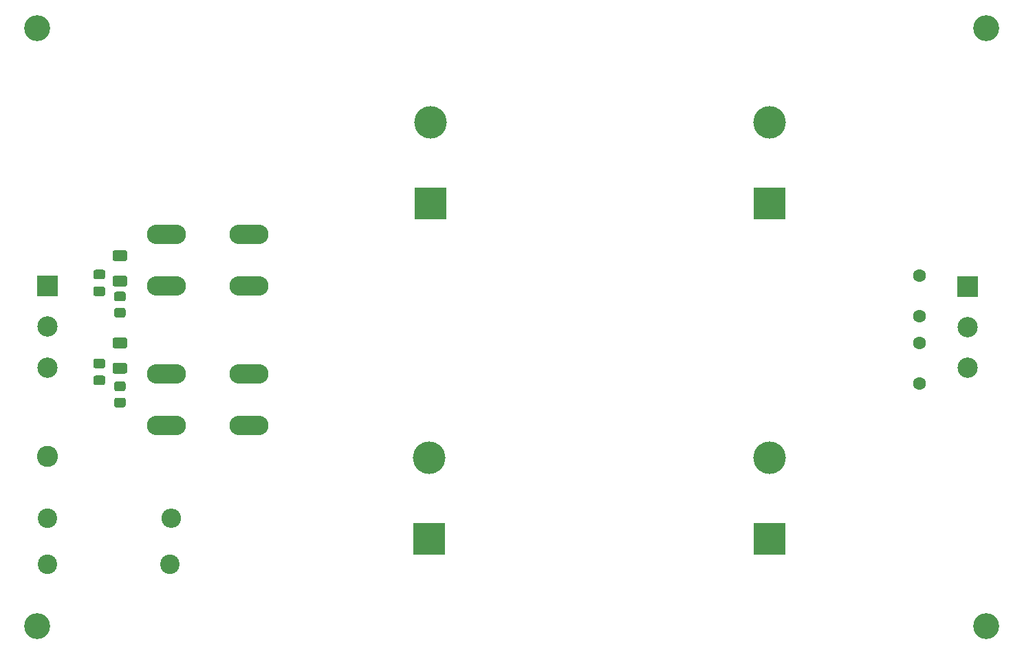
<source format=gbr>
G04 #@! TF.GenerationSoftware,KiCad,Pcbnew,(5.1.12-1-10_14)*
G04 #@! TF.CreationDate,2021-12-13T19:52:56+01:00*
G04 #@! TF.ProjectId,psu-mosfet-160w,7073752d-6d6f-4736-9665-742d31363077,rev?*
G04 #@! TF.SameCoordinates,Original*
G04 #@! TF.FileFunction,Soldermask,Top*
G04 #@! TF.FilePolarity,Negative*
%FSLAX46Y46*%
G04 Gerber Fmt 4.6, Leading zero omitted, Abs format (unit mm)*
G04 Created by KiCad (PCBNEW (5.1.12-1-10_14)) date 2021-12-13 19:52:56*
%MOMM*%
%LPD*%
G01*
G04 APERTURE LIST*
%ADD10C,3.200000*%
%ADD11O,4.800600X2.400300*%
%ADD12C,1.600000*%
%ADD13O,2.400000X2.400000*%
%ADD14C,2.400000*%
%ADD15C,2.500000*%
%ADD16R,2.500000X2.500000*%
%ADD17C,2.600000*%
%ADD18C,4.000000*%
%ADD19R,4.000000X4.000000*%
G04 APERTURE END LIST*
G36*
G01*
X-9340001Y-51835000D02*
X-8439999Y-51835000D01*
G75*
G02*
X-8190000Y-52084999I0J-249999D01*
G01*
X-8190000Y-52785001D01*
G75*
G02*
X-8439999Y-53035000I-249999J0D01*
G01*
X-9340001Y-53035000D01*
G75*
G02*
X-9590000Y-52785001I0J249999D01*
G01*
X-9590000Y-52084999D01*
G75*
G02*
X-9340001Y-51835000I249999J0D01*
G01*
G37*
G36*
G01*
X-9340001Y-49835000D02*
X-8439999Y-49835000D01*
G75*
G02*
X-8190000Y-50084999I0J-249999D01*
G01*
X-8190000Y-50785001D01*
G75*
G02*
X-8439999Y-51035000I-249999J0D01*
G01*
X-9340001Y-51035000D01*
G75*
G02*
X-9590000Y-50785001I0J249999D01*
G01*
X-9590000Y-50084999D01*
G75*
G02*
X-9340001Y-49835000I249999J0D01*
G01*
G37*
G36*
G01*
X-9340001Y-40770000D02*
X-8439999Y-40770000D01*
G75*
G02*
X-8190000Y-41019999I0J-249999D01*
G01*
X-8190000Y-41720001D01*
G75*
G02*
X-8439999Y-41970000I-249999J0D01*
G01*
X-9340001Y-41970000D01*
G75*
G02*
X-9590000Y-41720001I0J249999D01*
G01*
X-9590000Y-41019999D01*
G75*
G02*
X-9340001Y-40770000I249999J0D01*
G01*
G37*
G36*
G01*
X-9340001Y-38770000D02*
X-8439999Y-38770000D01*
G75*
G02*
X-8190000Y-39019999I0J-249999D01*
G01*
X-8190000Y-39720001D01*
G75*
G02*
X-8439999Y-39970000I-249999J0D01*
G01*
X-9340001Y-39970000D01*
G75*
G02*
X-9590000Y-39720001I0J249999D01*
G01*
X-9590000Y-39019999D01*
G75*
G02*
X-9340001Y-38770000I249999J0D01*
G01*
G37*
G36*
G01*
X-9540001Y-47547500D02*
X-8239999Y-47547500D01*
G75*
G02*
X-7990000Y-47797499I0J-249999D01*
G01*
X-7990000Y-48622501D01*
G75*
G02*
X-8239999Y-48872500I-249999J0D01*
G01*
X-9540001Y-48872500D01*
G75*
G02*
X-9790000Y-48622501I0J249999D01*
G01*
X-9790000Y-47797499D01*
G75*
G02*
X-9540001Y-47547500I249999J0D01*
G01*
G37*
G36*
G01*
X-9540001Y-44422500D02*
X-8239999Y-44422500D01*
G75*
G02*
X-7990000Y-44672499I0J-249999D01*
G01*
X-7990000Y-45497501D01*
G75*
G02*
X-8239999Y-45747500I-249999J0D01*
G01*
X-9540001Y-45747500D01*
G75*
G02*
X-9790000Y-45497501I0J249999D01*
G01*
X-9790000Y-44672499D01*
G75*
G02*
X-9540001Y-44422500I249999J0D01*
G01*
G37*
G36*
G01*
X-9540001Y-36802500D02*
X-8239999Y-36802500D01*
G75*
G02*
X-7990000Y-37052499I0J-249999D01*
G01*
X-7990000Y-37877501D01*
G75*
G02*
X-8239999Y-38127500I-249999J0D01*
G01*
X-9540001Y-38127500D01*
G75*
G02*
X-9790000Y-37877501I0J249999D01*
G01*
X-9790000Y-37052499D01*
G75*
G02*
X-9540001Y-36802500I249999J0D01*
G01*
G37*
G36*
G01*
X-9540001Y-33677500D02*
X-8239999Y-33677500D01*
G75*
G02*
X-7990000Y-33927499I0J-249999D01*
G01*
X-7990000Y-34752501D01*
G75*
G02*
X-8239999Y-35002500I-249999J0D01*
G01*
X-9540001Y-35002500D01*
G75*
G02*
X-9790000Y-34752501I0J249999D01*
G01*
X-9790000Y-33927499D01*
G75*
G02*
X-9540001Y-33677500I249999J0D01*
G01*
G37*
G36*
G01*
X-11905000Y-49112500D02*
X-10955000Y-49112500D01*
G75*
G02*
X-10705000Y-49362500I0J-250000D01*
G01*
X-10705000Y-50037500D01*
G75*
G02*
X-10955000Y-50287500I-250000J0D01*
G01*
X-11905000Y-50287500D01*
G75*
G02*
X-12155000Y-50037500I0J250000D01*
G01*
X-12155000Y-49362500D01*
G75*
G02*
X-11905000Y-49112500I250000J0D01*
G01*
G37*
G36*
G01*
X-11905000Y-47037500D02*
X-10955000Y-47037500D01*
G75*
G02*
X-10705000Y-47287500I0J-250000D01*
G01*
X-10705000Y-47962500D01*
G75*
G02*
X-10955000Y-48212500I-250000J0D01*
G01*
X-11905000Y-48212500D01*
G75*
G02*
X-12155000Y-47962500I0J250000D01*
G01*
X-12155000Y-47287500D01*
G75*
G02*
X-11905000Y-47037500I250000J0D01*
G01*
G37*
G36*
G01*
X-11905000Y-38147500D02*
X-10955000Y-38147500D01*
G75*
G02*
X-10705000Y-38397500I0J-250000D01*
G01*
X-10705000Y-39072500D01*
G75*
G02*
X-10955000Y-39322500I-250000J0D01*
G01*
X-11905000Y-39322500D01*
G75*
G02*
X-12155000Y-39072500I0J250000D01*
G01*
X-12155000Y-38397500D01*
G75*
G02*
X-11905000Y-38147500I250000J0D01*
G01*
G37*
G36*
G01*
X-11905000Y-36072500D02*
X-10955000Y-36072500D01*
G75*
G02*
X-10705000Y-36322500I0J-250000D01*
G01*
X-10705000Y-36997500D01*
G75*
G02*
X-10955000Y-37247500I-250000J0D01*
G01*
X-11905000Y-37247500D01*
G75*
G02*
X-12155000Y-36997500I0J250000D01*
G01*
X-12155000Y-36322500D01*
G75*
G02*
X-11905000Y-36072500I250000J0D01*
G01*
G37*
D10*
X-19050000Y-80010000D03*
X97790000Y-80010000D03*
X97790000Y-6350000D03*
X-19050000Y-6350000D03*
D11*
X6985000Y-38100000D03*
X-3175000Y-38100000D03*
X6985000Y-31750000D03*
X-3175000Y-31750000D03*
X-3175000Y-55245000D03*
X6985000Y-55245000D03*
X-3175000Y-48895000D03*
X6985000Y-48895000D03*
D12*
X89535000Y-50085000D03*
X89535000Y-45085000D03*
X89535000Y-41830000D03*
X89535000Y-36830000D03*
D13*
X-2540000Y-66675000D03*
D14*
X-17780000Y-66675000D03*
D15*
X95504000Y-48180000D03*
X95504000Y-43180000D03*
D16*
X95504000Y-38180000D03*
D17*
X-17780000Y-59055000D03*
D15*
X-17780000Y-48100000D03*
X-17780000Y-43100000D03*
D16*
X-17780000Y-38100000D03*
D18*
X71120000Y-59215000D03*
D19*
X71120000Y-69215000D03*
D18*
X71120000Y-17940000D03*
D19*
X71120000Y-27940000D03*
D18*
X29210000Y-59215000D03*
D19*
X29210000Y-69215000D03*
D18*
X29337000Y-17940000D03*
D19*
X29337000Y-27940000D03*
D14*
X-2780000Y-72390000D03*
X-17780000Y-72390000D03*
M02*

</source>
